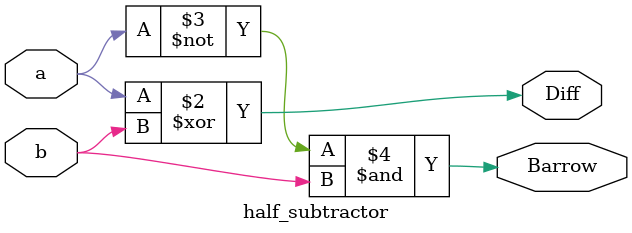
<source format=v>
`timescale 1ns / 1ps

module half_subtractor(
    input a,
    input b,
    output reg Diff,Barrow
    );
    always@(*)
  begin
   Diff=a^b;
   Barrow=~a&b;
  end
endmodule

</source>
